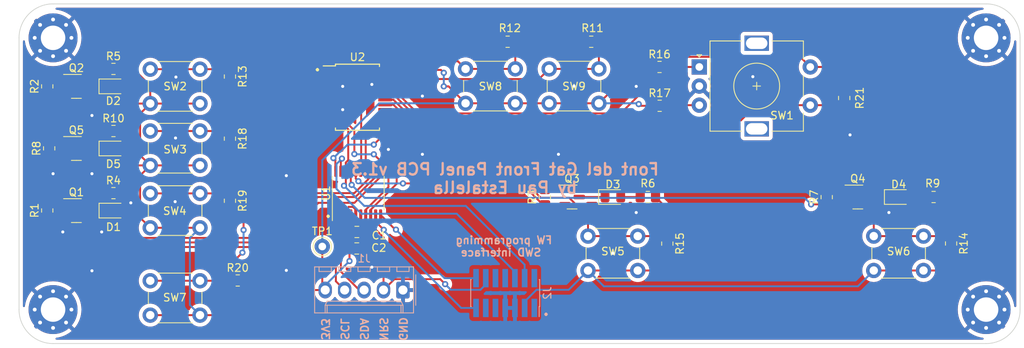
<source format=kicad_pcb>
(kicad_pcb (version 20211014) (generator pcbnew)
  (layers (0 "F.Cu" signal) (31 "B.Cu" signal) (34 "B.Paste" user) (35 "F.Paste" user) (36 "B.SilkS" user "B.Silkscreen") (37 "F.SilkS" user "F.Silkscreen") (38 "B.Mask" user) (39 "F.Mask" user) (44 "Edge.Cuts" user))
  (net 0 "")
  (net 1 "S0")
  (net 2 "S2")
  (net 3 "N_SCAN_EN")
  (net 4 "GND")
  (net 5 "COM")
  (net 7 "VCC")
  (net 8 "/RArrowSw")
  (net 9 "/LArrowSw")
  (net 10 "CHANNEL_A_EN")
  (net 11 "CHANNEL_B_EN")
  (net 12 "/IndepSelectSw")
  (net 14 "SWDIO{slash}S1")
  (net 15 "ENC_SWITCH")
  (net 16 "ENC_CLK")
  (net 17 "ENC_DT")
  (net 18 "Net-(D3-Pad2)")
  (net 19 "PAR_CHANNEL_EN")
  (net 20 "INDEP_CHANNEL_EN")
  (net 21 "SERIES_CHANNEL_EN")
  (net 22 "Net-(D2-Pad1)")
  (net 23 "Net-(D4-Pad1)")
  (net 24 "Net-(D5-Pad2)")
  (net 25 "S3")
  (net 26 "Net-(D1-Pad1)")
  (net 27 "Net-(D1-Pad2)")
  (net 28 "Net-(D3-Pad1)")
  (net 29 "Net-(D5-Pad1)")
  (net 30 "/ChBEnableSw")
  (net 31 "/ChAEnableSw")
  (net 32 "I2C_SCL")
  (net 33 "I2C_SDA")
  (net 34 "NRESET")
  (net 35 "Net-(D2-Pad2)")
  (net 36 "Net-(D4-Pad2)")
  (net 37 "/SeriesSelectSw")
  (net 38 "UART_TX")
  (net 39 "UART_RX")
  (net 40 "SWCLK")
  (net 45 "/ParSelectSw")
  (net 46 "/ABSelectSw")
  (footprint "MountingHole:MountingHole_3.2mm_M3_Pad_Via" (layer "F.Cu") (at 129.54 43.18)
    (fp_text reference "H3")
    (fp_text value "~")
  )
  (footprint "Resistor_SMD:R_0805_2012Metric_Pad1.20x1.40mm_HandSolder" (layer "F.Cu") (at 129.032 57.642 90)
    (fp_text reference "R8")
    (fp_text value "10k")
  )
  (footprint "MountingHole:MountingHole_3.2mm_M3_Pad_Via" (layer "F.Cu") (at 251.46 78.74)
    (fp_text reference "H4")
    (fp_text value "~")
  )
  (footprint "Resistor_SMD:R_0805_2012Metric_Pad1.20x1.40mm_HandSolder" (layer "F.Cu") (at 152.654 48.244 -90)
    (fp_text reference "R13")
    (fp_text value "10k")
  )
  (footprint "Resistor_SMD:R_0805_2012Metric_Pad1.20x1.40mm_HandSolder" (layer "F.Cu") (at 208.788 46.99)
    (fp_text reference "R16")
    (fp_text value "10k")
  )
  (footprint "Button_Switch_THT:SW_PUSH_6mm" (layer "F.Cu") (at 194.362 47.244)
    (fp_text reference "SW9")
    (fp_text value "RArrow")
  )
  (footprint "LED_SMD:LED_0805_2012Metric_Pad1.15x1.40mm_HandSolder" (layer "F.Cu") (at 137.405 49.53)
    (fp_text reference "D2")
    (fp_text value "INDEP_CH_LED")
  )
  (footprint "Resistor_SMD:R_0805_2012Metric_Pad1.20x1.40mm_HandSolder" (layer "F.Cu") (at 208.804 52.07)
    (fp_text reference "R17")
    (fp_text value "10k")
  )
  (footprint "LED_SMD:LED_0805_2012Metric_Pad1.15x1.40mm_HandSolder" (layer "F.Cu") (at 240.03 64.008)
    (fp_text reference "D4")
    (fp_text value "CHB_EN_LED")
  )
  (footprint "Resistor_SMD:R_0805_2012Metric_Pad1.20x1.40mm_HandSolder" (layer "F.Cu") (at 137.43 47.244)
    (fp_text reference "R5")
    (fp_text value "3k3")
  )
  (footprint "Button_Switch_THT:SW_PUSH_6mm" (layer "F.Cu") (at 142.24 47.28)
    (fp_text reference "SW2")
    (fp_text value "IndepChSelect")
  )
  (footprint "Resistor_SMD:R_0805_2012Metric_Pad1.20x1.40mm_HandSolder" (layer "F.Cu") (at 188.94 43.688 180)
    (fp_text reference "R12")
    (fp_text value "10k")
  )
  (footprint "LED_SMD:LED_0805_2012Metric_Pad1.15x1.40mm_HandSolder" (layer "F.Cu") (at 137.414 57.658)
    (fp_text reference "D5")
    (fp_text value "SER_CH_LED")
  )
  (footprint "Button_Switch_THT:SW_PUSH_6mm" (layer "F.Cu") (at 183.44 47.244)
    (fp_text reference "SW8")
    (fp_text value "LArrow")
  )
  (footprint "LED_SMD:LED_0805_2012Metric_Pad1.15x1.40mm_HandSolder" (layer "F.Cu") (at 202.692 64.008)
    (fp_text reference "D3")
    (fp_text value "CHA_EN_LED")
  )
  (footprint "Rotary_Encoder:RotaryEncoder_Alps_EC11E-Switch_Vertical_H20mm" (layer "F.Cu") (at 213.984 46.99)
    (fp_text reference "SW1")
    (fp_text value "RotaryEncoder_Switch")
  )
  (footprint "MountingHole:MountingHole_3.2mm_M3_Pad_Via" (layer "F.Cu") (at 251.46 43.18)
    (fp_text reference "H2")
    (fp_text value "~")
  )
  (footprint "Capacitor_SMD:C_0805_2012Metric_Pad1.18x1.45mm_HandSolder" (layer "F.Cu") (at 169.2363 68.58)
    (fp_text reference "C1")
    (fp_text value "100nF")
  )
  (footprint "Resistor_SMD:R_0805_2012Metric_Pad1.20x1.40mm_HandSolder" (layer "F.Cu") (at 128.778 49.53 90)
    (fp_text reference "R2")
    (fp_text value "10k")
  )
  (footprint "Resistor_SMD:R_0805_2012Metric_Pad1.20x1.40mm_HandSolder" (layer "F.Cu") (at 246.888 70.088 -90)
    (fp_text reference "R14")
    (fp_text value "10k")
  )
  (footprint "Package_SO:SSOP-24_5.3x8.2mm_P0.65mm" (layer "F.Cu") (at 169.3164 50.9524)
    (fp_text reference "U2")
    (fp_text value "CD74HC4067SM")
  )
  (footprint "Capacitor_SMD:C_0805_2012Metric_Pad1.18x1.45mm_HandSolder" (layer "F.Cu") (at 169.225 70.739)
    (fp_text reference "C2")
    (fp_text value "4.7uF")
  )
  (footprint "Package_TO_SOT_SMD:SOT-23" (layer "F.Cu") (at 132.588 57.658)
    (fp_text reference "Q5")
    (fp_text value "2N7002")
  )
  (footprint "Button_Switch_THT:SW_PUSH_6mm" (layer "F.Cu") (at 142.24 63.536)
    (fp_text reference "SW4")
    (fp_text value "ParChSelect")
  )
  (footprint "MountingHole:MountingHole_3.2mm_M3_Pad_Via" (layer "F.Cu") (at 129.54 78.74)
    (fp_text reference "H1")
    (fp_text value "MountingHole_Pad")
  )
  (footprint "Resistor_SMD:R_0805_2012Metric_Pad1.20x1.40mm_HandSolder" (layer "F.Cu") (at 244.602 64.008 180)
    (fp_text reference "R9")
    (fp_text value "3k3")
  )
  (footprint "Resistor_SMD:R_0805_2012Metric_Pad1.20x1.40mm_HandSolder" (layer "F.Cu") (at 199.862 43.688 180)
    (fp_text reference "R11")
    (fp_text value "10k")
  )
  (footprint "Resistor_SMD:R_0805_2012Metric_Pad1.20x1.40mm_HandSolder" (layer "F.Cu") (at 152.654 64.5 -90)
    (fp_text reference "R19")
    (fp_text value "10k")
  )
  (footprint "Package_TO_SOT_SMD:SOT-23" (layer "F.Cu") (at 132.588 49.53)
    (fp_text reference "Q2")
    (fp_text value "2N7002")
  )
  (footprint "Resistor_SMD:R_0805_2012Metric_Pad1.20x1.40mm_HandSolder" (layer "F.Cu") (at 137.43 63.5)
    (fp_text reference "R4")
    (fp_text value "3k3")
  )
  (footprint "Button_Switch_THT:SW_PUSH_6mm" (layer "F.Cu") (at 142.24 74.966)
    (fp_text reference "SW7")
    (fp_text value "ABSelect")
  )
  (footprint "Resistor_SMD:R_0805_2012Metric_Pad1.20x1.40mm_HandSolder" (layer "F.Cu") (at 232.918 51.054 90)
    (fp_text reference "R21")
    (fp_text value "10k")
  )
  (footprint "Button_Switch_THT:SW_PUSH_6mm" (layer "F.Cu") (at 142.24 55.372)
    (fp_text reference "SW3")
    (fp_text value "SeriesChSelect")
  )
  (footprint "Package_TO_SOT_SMD:SOT-23" (layer "F.Cu") (at 132.588 65.786)
    (fp_text reference "Q1")
    (fp_text value "2N7002")
  )
  (footprint "Resistor_SMD:R_0805_2012Metric_Pad1.20x1.40mm_HandSolder" (layer "F.Cu") (at 137.43 55.372)
    (fp_text reference "R10")
    (fp_text value "3k3")
  )
  (footprint "TestPoint:TestPoint_THTPad_D2.0mm_Drill1.0mm" (layer "F.Cu") (at 164.719 70.485)
    (fp_text reference "TP1")
    (fp_text value "3V3")
  )
  (footprint "Resistor_SMD:R_0805_2012Metric_Pad1.20x1.40mm_HandSolder" (layer "F.Cu") (at 128.778 65.77 90)
    (fp_text reference "R1")
    (fp_text value "10k")
  )
  (footprint "Button_Switch_THT:SW_PUSH_6mm" (layer "F.Cu") (at 236.78 69.124)
    (fp_text reference "SW6")
    (fp_text value "ChBEnable")
  )
  (footprint "Package_SO:TSSOP-20_4.4x6.5mm_P0.65mm" (layer "F.Cu") (at 169.418 63.5 90)
    (fp_text reference "U1")
    (fp_text value "MCU_ST_STM32G0:STM32G031F6Px")
  )
  (footprint "Package_TO_SOT_SMD:SOT-23" (layer "F.Cu") (at 197.358 64.008)
    (fp_text reference "Q3")
    (fp_text value "2N7002")
  )
  (footprint "Resistor_SMD:R_0805_2012Metric_Pad1.20x1.40mm_HandSolder" (layer "F.Cu") (at 209.804 70.104 -90)
    (fp_text reference "R15")
    (fp_text value "10k")
  )
  (footprint "Package_TO_SOT_SMD:SOT-23" (layer "F.Cu") (at 234.696 64.008)
    (fp_text reference "Q4")
    (fp_text value "2N7002")
  )
  (footprint "LED_SMD:LED_0805_2012Metric_Pad1.15x1.40mm_HandSolder" (layer "F.Cu") (at 137.414 65.786)
    (fp_text reference "D1")
    (fp_text value "PAR_CH_LED")
  )
  (footprint "Resistor_SMD:R_0805_2012Metric_Pad1.20x1.40mm_HandSolder" (layer "F.Cu") (at 207.264 64.008 180)
    (fp_text reference "R6")
    (fp_text value "3k3")
  )
  (footprint "Resistor_SMD:R_0805_2012Metric_Pad1.20x1.40mm_HandSolder" (layer "F.Cu") (at 230.632 64.024 90)
    (fp_text reference "R7")
    (fp_text value "10k")
  )
  (footprint "Resistor_SMD:R_0805_2012Metric_Pad1.20x1.40mm_HandSolder" (layer "F.Cu") (at 152.654 56.372 -90)
    (fp_text reference "R18")
    (fp_text value "10k")
  )
  (footprint "Button_Switch_THT:SW_PUSH_6mm" (layer "F.Cu") (at 199.442 69.124)
    (fp_text reference "SW5")
    (fp_text value "ChAEnable")
  )
  (footprint "Resistor_SMD:R_0805_2012Metric_Pad1.20x1.40mm_HandSolder" (layer "F.Cu") (at 193.802 64.024 90)
    (fp_text reference "R3")
    (fp_text value "10k")
  )
  (footprint "Resistor_SMD:R_0805_2012Metric_Pad1.20x1.40mm_HandSolder" (layer "F.Cu") (at 153.67 74.93)
    (fp_text reference "R20")
    (fp_text value "10k")
  )
  (footprint "Connector_PinHeader_1.27mm:PinHeader_2x07_P1.27mm_Vertical_SMD" (layer "B.Cu") (at 188.6204 76.5752 90)
    (fp_text reference "J2")
    (fp_text value "SWD")
  )
  (footprint "Connector_Molex:Molex_KK-254_AE-6410-05A_1x05_P2.54mm_Vertical" (layer "B.Cu") (at 175.26 76.18 180)
    (fp_text reference "J1")
    (fp_text value "Conn_01x05")
  )
  (gr_line (start 255.905 43.18) (end 255.905 78.74) (layer "Edge.Cuts") (width 0.1))
  (gr_arc (start 129.54 83.185) (mid 126.39691 81.88309) (end 125.095 78.74) (layer "Edge.Cuts") (width 0.1))
  (gr_arc (start 125.095 43.18) (mid 126.39691 40.03691) (end 129.54 38.735) (layer "Edge.Cuts") (width 0.1))
  (gr_line (start 125.095 78.74) (end 125.095 43.18) (layer "Edge.Cuts") (width 0.1))
  (gr_arc (start 255.905 78.74) (mid 254.60309 81.88309) (end 251.46 83.185) (layer "Edge.Cuts") (width 0.1))
  (gr_arc (start 251.46 38.735) (mid 254.60309 40.03691) (end 255.905 43.18) (layer "Edge.Cuts") (width 0.1))
  (gr_line (start 129.54 38.735) (end 251.46 38.735) (layer "Edge.Cuts") (width 0.1))
  (gr_line (start 251.46 83.185) (end 129.54 83.185) (layer "Edge.Cuts") (width 0.1))
  (gr_text "3V3" (at 165.1 81.28 -90) (layer "B.SilkS") (effects (font (size 1 1) (thickness 0.2)) (justify mirror)))
  (gr_text "NRS" (at 172.72 81.28 -90) (layer "B.SilkS") (effects (font (size 1 1) (thickness 0.2)) (justify mirror)))
  (gr_text "SDA" (at 170.18 81.28 -90) (layer "B.SilkS") (effects (font (size 1 1) (thickness 0.2)) (justify mirror)))
  (gr_text "Font del Gat Front Panel PCB v1.3\nby Pau Estalella" (at 188.595 61.595) (layer "B.SilkS") (effects (font (size 1.5 1.5) (thickness 0.3)) (justify mirror)))
  (gr_text "FW programming \nSWD interface" (at 188.0616 70.4596) (layer "B.SilkS") (effects (font (size 1 1) (thickness 0.2)) (justify mirror)))
  (gr_text "GND" (at 175.26 81.28 -90) (layer "B.SilkS") (effects (font (size 1 1) (thickness 0.2)) (justify mirror)))
  (gr_text "·" (at 193.9544 79.248) (layer "B.SilkS") (effects (font (size 1.5 1.5) (thickness 0.3))))
  (gr_text "SCL" (at 167.64 81.28 -90) (layer "B.SilkS") (effects (font (size 1 1) (thickness 0.2)) (justify mirror)))
  (gr_text "·" (at 164.084 47.244) (layer "F.SilkS") (effects (font (size 1.5 1.5) (thickness 0.3))))
  (gr_text "·" (at 165.481 66.421) (layer "F.SilkS") (effects (font (size 1.5 1.5) (thickness 0.3))))
  (segment (start 168.911253 55.297253) (end 168.911253 58.385472) (width 0.25) (layer "F.Cu") (net 1))
  (segment (start 173.361681 60.318319) (end 171.463361 58.42) (width 0.25) (layer "F.Cu") (net 1))
  (segment (start 166.8414 53.2274) (end 168.911253 55.297253) (width 0.25) (layer "F.Cu") (net 1))
  (segment (start 173.361681 62.705959) (end 173.361681 60.318319) (width 0.25) (layer "F.Cu") (net 1))
  (segment (start 170.393 65.674639) (end 173.361681 62.705959) (width 0.25) (layer "F.Cu") (net 1))
  (segment (start 171.463361 58.42) (end 171.45 58.42) (width 0.25) (layer "F.Cu") (net 1))
  (segment (start 170.393 66.3625) (end 170.393 65.674639) (width 0.25) (layer "F.Cu") (net 1))
  (segment (start 165.7164 53.2274) (end 166.8414 53.2274) (width 0.25) (layer "F.Cu") (net 1))
  (via (at 171.45 58.42) (size 0.8) (drill 0.4) (layers "F.Cu" "B.Cu") (net 1))
  (via (at 168.911253 58.385472) (size 0.8) (drill 0.4) (layers "F.Cu" "B.Cu") (net 1))
  (segment (start 168.945781 58.42) (end 168.911253 58.385472) (width 0.25) (layer "B.Cu") (net 1))
  (segment (start 171.45 58.42) (end 168.945781 58.42) (width 0.25) (layer "B.Cu") (net 1))
  (segment (start 171.043 65.674639) (end 174.43951 62.278129) (width 0.25) (layer "F.Cu") (net 2))
  (segment (start 174.0414 53.8774) (end 172.9164 53.8774) (width 0.25) (layer "F.Cu") (net 2))
  (segment (start 174.43951 54.27551) (end 174.0414 53.8774) (width 0.25) (layer "F.Cu") (net 2))
  (segment (start 171.043 66.3625) (end 171.043 65.674639) (width 0.25) (layer "F.Cu") (net 2))
  (segment (start 174.43951 62.278129) (end 174.43951 54.27551) (width 0.25) (layer "F.Cu") (net 2))
  (segment (start 172.9164 53.2274) (end 171.7914 53.2274) (width 0.25) (layer "F.Cu") (net 3))
  (segment (start 170.393 54.6258) (end 170.393 60.6375) (width 0.25) (layer "F.Cu") (net 3))
  (segment (start 171.7914 53.2274) (end 170.393 54.6258) (width 0.25) (layer "F.Cu") (net 3))
  (segment (start 168.718841 65.30048) (end 168.167159 65.30048) (width 0.25) (layer "F.Cu") (net 4))
  (segment (start 169.093 67.831) (end 170.223 68.961) (width 0.25) (layer "F.Cu") (net 4))
  (segment (start 165.7164 49.3274) (end 165.7164 49.9774) (width 0.25) (layer "F.Cu") (net 4))
  (segment (start 167.3854 52.5774) (end 167.386 52.578) (width 0.25) (layer "F.Cu") (net 4))
  (segment (start 165.7164 49.3274) (end 167.1834 49.3274) (width 0.25) (layer "F.Cu") (net 4))
  (segment (start 171.196 49.276) (end 172.865 49.276) (width 0.25) (layer "F.Cu") (net 4))
  (segment (start 169.093 66.3625) (end 169.093 67.831) (width 0.25) (layer "F.Cu") (net 4))
  (segment (start 168.167159 65.30048) (end 167.793 65.674639) (width 0.25) (layer "F.Cu") (net 4))
  (segment (start 170.0875 70.739) (end 170.0875 69.0965) (width 0.25) (layer "F.Cu") (net 4))
  (segment (start 167.793 65.674639) (end 167.793 66.3625) (width 0.25) (layer "F.Cu") (net 4))
  (segment (start 170.0875 69.0965) (end 170.223 68.961) (width 0.25) (layer "F.Cu") (net 4))
  (segment (start 167.1834 49.3274) (end 167.386 49.53) (width 0.25) (layer "F.Cu") (net 4))
  (segment (start 169.093 65.674639) (end 168.718841 65.30048) (width 0.25) (layer "F.Cu") (net 4))
  (segment (start 165.7164 52.5774) (end 167.3854 52.5774) (width 0.25) (layer "F.Cu") (net 4))
  (segment (start 169.093 65.674639) (end 169.093 66.3625) (width 0.25) (layer "F.Cu") (net 4))
  (segment (start 172.865 49.276) (end 172.9164 49.3274) (width 0.25) (layer "F.Cu") (net 4))
  (via (at 205.74 49.53) (size 0.8) (drill 0.4) (layers "F.Cu" "B.Cu") (net 4))
  (via (at 167.386 49.53) (size 0.8) (drill 0.4) (layers "F.Cu" "B.Cu") (net 4))
  (via (at 167.386 52.578) (size 0.8) (drill 0.4) (layers "F.Cu" "B.Cu") (net 4))
  (via (at 205.74 66.04) (size 0.8) (drill 0.4) (layers "F.Cu" "B.Cu") (net 4))
  (via (at 197.612 49.494) (size 0.8) (drill 0.4) (layers "F.Cu" "B.Cu") (net 4))
  (via (at 171.196 49.276) (size 0.8) (drill 0.4) (layers "F.Cu" "B.Cu") (net 4))
  (via (at 238.76 66.04) (size 0.8) (drill 0.4) (layers "F.Cu" "B.Cu") (net 4))
  (via (at 134.62 60.96) (size 0.8) (drill 0.4) (layers "F.Cu" "B.Cu") (net 4))
  (via (at 171.196 73.1895) (size 0.8) (drill 0.4) (layers "F.Cu" "B.Cu") (net 4))
  (via (at 195.58 58.42) (size 0.8) (drill 0.4) (layers "F.Cu" "B.Cu") (net 4))
  (via (at 135.89 68.58) (size 0.8) (drill 0.4) (layers "F.Cu" "B.Cu") (net 4))
  (via (at 160.02 61.214) (size 0.8) (drill 0.4) (layers "F.Cu" "B.Cu") (net 4))
  (via (at 145.49 64.6176) (size 0.8) (drill 0.4) (layers "F.Cu" "B.Cu") (net 4))
  (via (at 129.54 60.96) (size 0.8) (drill 0.4) (layers "F.Cu" "B.Cu") (net 4))
  (via (at 173.355 57.785) (size 0.8) (drill 0.4) (layers "F.Cu" "B.Cu") (net 4))
  (via (at 177.8 50.8) (size 0.8) (drill 0.4) (layers "F.Cu" "B.Cu") (net 4))
  (via (at 233.68 55.88) (size 0.8) (drill 0.4) (layers "F.Cu" "B.Cu") (net 4))
  (via (at 160.02 73.6092) (size 0.8) (drill 0.4) (layers "F.Cu" "B.Cu") (net 4))
  (via (at 145.5928 48.3108) (size 0.8) (drill 0.4) (layers "F.Cu" "B.Cu") (net 4))
  (via (at 202.692 71.374) (size 0.8) (drill 0.4) (layers "F.Cu" "B.Cu") (net 4))
  (via (at 134.62 53.34) (size 0.8) (drill 0.4) (layers "F.Cu" "B.Cu") (net 4))
  (via (at 130.81 68.58) (size 0.8) (drill 0.4) (layers "F.Cu" "B.Cu") (net 4))
  (via (at 177.8 58.42) (size 0.8) (drill 0.4) (layers "F.Cu" "B.Cu") (net 4))
  (via (at 145.542 56.2864) (size 0.8) (drill 0.4) (layers "F.Cu" "B.Cu") (net 4))
  (via (at 134.62 73.66) (size 0.8) (drill 0.4) (layers "F.Cu" "B.Cu") (net 4))
  (via (at 220.98 48.26) (size 0.8) (drill 0.4) (layers "F.Cu" "B.Cu") (net 4))
  (via (at 139.7 64.77) (size 0.8) (drill 0.4) (layers "F.Cu" "B.Cu") (net 4))
  (segment (start 169.801876 60.578624) (end 169.743 60.6375) (width 0.25) (layer "F.Cu") (net 5))
  (segment (start 166.8414 47.3774) (end 169.801876 50.337876) (width 0.25) (layer "F.Cu") (net 5))
  (segment (start 165.7164 47.3774) (end 166.8414 47.3774) (width 0.25) (layer "F.Cu") (net 5))
  (segment (start 169.801876 50.337876) (end 169.801876 60.578624) (width 0.25) (layer "F.Cu") (net 5))
  (segment (start 247.91252 71.675973) (end 247.91252 66.31852) (width 0.25) (layer "F.Cu") (net 7))
  (segment (start 140.915489 58.547489) (end 140.915489 53.104511) (width 0.25) (layer "F.Cu") (net 7))
  (segment (start 168.148 70.5245) (end 168.3625 70.739) (width 0.25) (layer "F.Cu") (net 7))
  (segment (start 208.264 64.008) (end 210.82852 66.57252) (width 0.25) (layer "F.Cu") (net 7))
  (segment (start 164.719 75.799) (end 165.1 76.18) (width 0.25) (layer "F.Cu") (net 7))
  (segment (start 206.285628 52.07) (end 206.063419 51.847791) (width 0.25) (layer "F.Cu") (net 7))
  (segment (start 168.275 70.8265) (end 168.3625 70.739) (width 0.25) (layer "F.Cu") (net 7))
  (segment (start 142.24 51.78) (end 140.409507 51.78) (width 0.25) (layer "F.Cu") (net 7))
  (segment (start 180.594 49.53) (end 181.226 49.53) (width 0.25) (layer "F.Cu") (net 7))
  (segment (start 208.896493 73.624) (end 205.942 73.624) (width 0.25) (layer "F.Cu") (net 7))
  (segment (start 142.24 79.466) (end 148.74 79.466) (width 0.25) (layer "F.Cu") (net 7))
  (segment (start 189.94 51.744) (end 194.362 51.744) (width 0.25) (layer "F.Cu") (net 7))
  (segment (start 142.24 68.036) (end 148.74 68.036) (width 0.25) (layer "F.Cu") (net 7))
  (segment (start 142.24 51.78) (end 142.24 49.441507) (width 0.25) (layer "F.Cu") (net 7))
  (segment (start 199.442 73.624) (end 205.942 73.624) (width 0.25) (layer "F.Cu") (net 7))
  (segment (start 136.817507 55.372) (end 136.43 55.372) (width 0.25) (layer "F.Cu") (net 7))
  (segment (start 136.43 63.5) (end 140.058 59.872) (width 0.25) (layer "F.Cu") (net 7))
  (segment (start 140.409507 51.78) (end 136.817507 55.372) (width 0.25) (layer "F.Cu") (net 7))
  (segment (start 168.148 68.961) (end 168.148 70.5245) (width 0.25) (layer "F.Cu") (net 7))
  (segment (start 139.017973 46.21948) (end 137.45452 46.21948) (width 0.25) (layer "F.Cu") (net 7))
  (segment (start 247.91252 66.31852) (end 245.602 64.008) (width 0.25) (layer "F.Cu") (net 7))
  (segment (start 148.74 79.466) (end 158.024 79.466) (width 0.25) (layer "F.Cu") (net 7))
  (segment (start 236.78 73.624) (end 243.28 73.624) (width 0.25) (layer "F.Cu") (net 7))
  (segment (start 142.24 59.872) (end 148.74 59.872) (width 0.25) (layer "F.Cu") (net 7))
  (segment (start 183.44 51.744) (end 189.94 51.744) (width 0.25) (layer "F.Cu") (net 7))
  (segment (start 140.915489 66.711489) (end 140.915489 61.196511) (width 0.25) (layer "F.Cu") (net 7))
  (segment (start 210.82852 66.57252) (end 210.82852 71.691973) (width 0.25) (layer "F.Cu") (net 7))
  (segment (start 140.915489 61.196511) (end 142.24 59.872) (width 0.25) (layer "F.Cu") (net 7))
  (segment (start 194.362 51.744) (end 200.862 51.744) (width 0.25) (layer "F.Cu") (net 7))
  (segment (start 207.788 46.99) (end 209.112511 45.665489) (width 0.25) (layer "F.Cu") (net 7))
  (segment (start 207.788 46.99) (end 205.616 46.99) (width 0.25) (layer "F.Cu") (net 7))
  (segment (start 245.964493 73.624) (end 247.91252 71.675973) (width 0.25) (layer "F.Cu") (net 7))
  (segment (start 227.159489 45.665489) (end 228.484 46.99) (width 0.25) (layer "F.Cu") (net 7))
  (segment (start 209.112511 45.665489) (end 227.159489 45.665489) (width 0.25) (layer "F.Cu") (net 7))
  (segment (start 140.058 59.872) (end 142.24 59.872) (width 0.25) (layer "F.Cu") (net 7))
  (segment (start 231.466493 46.99) (end 245.602 61.125507) (width 0.25) (layer "F.Cu") (net 7))
  (segment (start 181.226 49.53) (end 183.44 51.744) (width 0.25) (layer "F.Cu") (net 7))
  (segment (start 161.31 76.18) (end 158.75 78.74) (width 0.25) (layer "F.Cu") (net 7))
  (segment (start 142.24 49.441507) (end 139.017973 46.21948) (width 0.25) (layer "F.Cu") (net 7))
  (segment (start 168.275 72.39) (end 168.275 70.8265) (width 0.25) (layer "F.Cu") (net 7))
  (segment (start 180.2194 47.3774) (end 180.594 47.752) (width 0.25) (layer "F.Cu") (net 7))
  (segment (start 165.1 76.18) (end 161.31 76.18) (width 0.25) (layer "F.Cu") (net 7))
  (segment (start 245.602 61.125507) (end 245.602 64.008) (width 0.25) (layer "F.Cu") (net 7))
  (segment (start 158.024 79.466) (end 158.75 78.74) (width 0.25) (layer "F.Cu") (net 7))
  (segment (start 172.9164 47.3774) (end 180.2194 47.3774) (width 0.25) (layer "F.Cu") (net 7))
  (segment (start 243.28 73.624) (end 245.964493 73.624) (width 0.25) (layer "F.Cu") (net 7))
  (segment (start 168.443 68.666) (end 168.148 68.961) (width 0.25) (layer "F.Cu") (net 7))
  (segment (start 142.24 59.872) (end 140.915489 58.547489) (width 0.25) (layer "F.Cu") (net 7))
  (segment (start 142.24 68.036) (end 140.915489 66.711489) (width 0.25) (layer "F.Cu") (net 7))
  (segment (start 210.82852 71.691973) (end 208.896493 73.624) (width 0.25) (layer "F.Cu") (net 7))
  (segment (start 205.616 46.99) (end 200.862 51.744) (width 0.25) (layer "F.Cu") (net 7))
  (segment (start 207.804 52.07) (end 206.285628 52.07) (width 0.25) (layer "F.Cu") (net 7))
  (segment (start 228.484 46.99) (end 231.466493 46.99) (width 0.25) (layer "F.Cu") (net 7))
  (segment (start 164.719 70.485) (end 164.719 75.799) (width 0.25) (layer "F.Cu") (net 7))
  (segment (start 168.443 66.3625) (end 168.443 68.666) (width 0.25) (layer "F.Cu") (net 7))
  (segment (start 142.24 51.78) (end 148.74 51.78) (width 0.25) (layer "F.Cu") (net 7))
  (segment (start 140.915489 53.104511) (end 142.24 51.78) (width 0.25) (layer "F.Cu") (net 7))
  (segment (start 137.45452 46.21948) (end 136.43 47.244) (width 0.25) (layer "F.Cu") (net 7))
  (via (at 180.594 47.752) (size 0.8) (drill 0.4) (layers "F.Cu" "B.Cu") (net 7))
  (via (at 180.594 49.53) (size 0.8) (drill 0.4) (layers "F.Cu" "B.Cu") (net 7))
  (via (at 168.275 72.39) (size 0.8) (drill 0.4) (layers "F.Cu" "B.Cu") (net 7))
  (via (at 206.063419 51.847791) (size 0.8) (drill 0.4) (layers "F.Cu" "B.Cu") (net 7))
  (segment (start 234.712 75.692) (end 236.78 73.624) (width 0.25) (layer "B.Cu") (net 7))
  (segment (start 199.442 73.624) (end 196.916289 76.149711) (width 0.25) (layer "B.Cu") (net 7))
  (segment (start 192.705889 76.149711) (end 191.1604 77.6952) (width 0.25) (layer "B.Cu") (net 7))
  (segment (start 191.1604 77.6952) (end 191.1604 78.5252) (width 0.25) (layer "B.Cu") (net 7))
  (segment (start 165.1 76.18) (end 165.1 75.565) (width 0.25) (layer "B.Cu") (net 7))
  (segment (start 199.442 73.624) (end 201.51 75.692) (width 0.25) (layer "B.Cu") (net 7))
  (segment (start 200.862 51.744) (end 205.959628 51.744) (width 0.25) (layer "B.Cu") (net 7))
  (segment (start 165.1 75.565) (end 168.275 72.39) (width 0.25) (layer "B.Cu") (net 7))
  (segment (start 205.959628 51.744) (end 206.063419 51.847791) (width 0.25) (layer "B.Cu") (net 7))
  (segment (start 172.155794 51.744) (end 183.44 51.744) (width 0.25) (layer "B.Cu") (net 7))
  (segment (start 180.594 47.752) (end 180.594 49.53) (width 0.25) (layer "B.Cu") (net 7))
  (segment (start 147.415489 78.141489) (end 147.415489 69.360511) (width 0.25) (layer "B.Cu") (net 7))
  (segment (start 147.415489 69.360511) (end 148.74 68.036) (width 0.25) (layer "B.Cu") (net 7))
  (segment (start 148.74 79.466) (end 147.415489 78.141489) (width 0.25) (layer "B.Cu") (net 7))
  (segment (start 196.916289 76.149711) (end 192.705889 76.149711) (width 0.25) (layer "B.Cu") (net 7))
  (segment (start 201.51 75.692) (end 234.712 75.692) (width 0.25) (layer "B.Cu") (net 7))
  (segment (start 164.719 59.180794) (end 172.155794 51.744) (width 0.25) (layer "B.Cu") (net 7))
  (segment (start 164.719 70.485) (end 164.719 59.180794) (width 0.25) (layer "B.Cu") (net 7))
  (segment (start 194.362 47.244) (end 200.862 47.244) (width 0.25) (layer "F.Cu") (net 8))
  (segment (start 193.037489 48.568511) (end 174.582511 48.568511) (width 0.25) (layer "F.Cu") (net 8))
  (segment (start 200.862 43.688) (end 200.862 47.244) (width 0.25) (layer "F.Cu") (net 8))
  (segment (start 194.362 47.244) (end 193.037489 48.568511) (width 0.25) (layer "F.Cu") (net 8))
  (segment (start 174.0414 48.0274) (end 172.9164 48.0274) (width 0.25) (layer "F.Cu") (net 8))
  (segment (start 174.582511 48.568511) (end 174.0414 48.0274) (width 0.25) (layer "F.Cu") (net 8))
  (segment (start 163.7284 47.1424) (end 163.7284 47.8028) (width 0.25) (layer "F.Cu") (net 9))
  (segment (start 183.44 47.244) (end 189.94 47.244) (width 0.25) (layer "F.Cu") (net 9))
  (segment (start 182.44 46.244) (end 164.6268 46.244) (width 0.25) (layer "F.Cu") (net 9))
  (segment (start 189.94 43.688) (end 189.94 47.244) (width 0.25) (layer "F.Cu") (net 9))
  (segment (start 164.6268 46.244) (end 163.7284 47.1424) (width 0.25) (layer "F.Cu") (net 9))
  (segment (start 183.44 47.244) (end 182.44 46.244) (width 0.25) (layer "F.Cu") (net 9))
  (segment (start 163.953 48.0274) (end 165.7164 48.0274) (width 0.25) (layer "F.Cu") (net 9))
  (segment (start 163.7284 47.8028) (end 163.953 48.0274) (width 0.25) (layer "F.Cu") (net 9))
  (segment (start 193.802 65.024) (end 196.3545 65.024) (width 0.25) (layer "F.Cu") (net 10))
  (segment (start 190.759803 62.23) (end 193.553803 65.024) (width 0.25) (layer "F.Cu") (net 10))
  (segment (start 175.26 62.23) (end 190.759803 62.23) (width 0.25) (layer "F.Cu") (net 10))
  (segment (start 169.093 61.598671) (end 169.438168 61.943839) (width 0.25) (layer "F.Cu") (net 10))
  (segment (start 169.093 60.6375) (end 169.093 61.598671) (width 0.25) (layer "F.Cu") (net 10))
  (segment (start 196.3545 65.024) (end 196.4205 64.958) (width 0.25) (layer "F.Cu") (net 10))
  (segment (start 193.553803 65.024) (end 193.802 65.024) (width 0.25) (layer "F.Cu") (net 10))
  (via (at 175.26 62.23) (size 0.8) (drill 0.4) (layers "F.Cu" "B.Cu") (net 10))
  (via (at 169.438168 61.943839) (size 0.8) (drill 0.4) (layers "F.Cu" "B.Cu") (net 10))
  (segment (start 169.724329 62.23) (end 175.26 62.23) (width 0.25) (layer "B.Cu") (net 10))
  (segment (start 169.438168 61.943839) (end 169.724329 62.23) (width 0.25) (layer "B.Cu") (net 10))
  (segment (start 230.632 65.024) (end 233.6925 65.024) (width 0.25) (layer "F.Cu") (net 11))
  (segment (start 168.443 60.6375) (end 168.443 62.303613) (width 0.25) (layer "F.Cu") (net 11))
  (segment (start 230.5812 64.9732) (end 230.632 65.024) (width 0.25) (layer "F.Cu") (net 11))
  (segment (start 168.443 62.303613) (end 168.559362 62.419975) (width 0.25) (layer "F.Cu") (net 11))
  (segment (start 228.6 64.9732) (end 230.5812 64.9732) (width 0.25) (layer "F.Cu") (net 11))
  (segment (start 233.6925 65.024) (end 233.7585 64.958) (width 0.25) (layer "F.Cu") (net 11))
  (via (at 228.6 64.9732) (size 0.8) (drill 0.4) (layers "F.Cu" "B.Cu") (net 11))
  (via (at 168.559362 62.419975) (size 0.8) (drill 0.4) (layers "F.Cu" "B.Cu") (net 11))
  (segment (start 227.751779 64.124979) (end 228.6 64.9732) (width 0.25) (layer "B.Cu") (net 11))
  (segment (start 168.559362 62.419975) (end 170.264366 64.124979) (width 0.25) (layer "B.Cu") (net 11))
  (segment (start 170.264366 64.124979) (end 227.751779 64.124979) (width 0.25) (layer "B.Cu") (net 11))
  (segment (start 152.654 47.244) (end 154.0874 48.6774) (width 0.25) (layer "F.Cu") (net 12))
  (segment (start 148.74 47.28) (end 152.618 47.28) (width 0.25) (layer "F.Cu") (net 12))
  (segment (start 154.0874 48.6774) (end 165.7164 48.6774) (width 0.25) (layer "F.Cu") (net 12))
  (segment (start 152.618 47.28) (end 152.654 47.244) (width 0.25) (layer "F.Cu") (net 12))
  (segment (start 142.24 47.28) (end 148.74 47.28) (width 0.25) (layer "F.Cu") (net 12))
  (segment (start 167.793 62.29466) (end 167.557236 62.530424) (width 0.25) (layer "F.Cu") (net 14))
  (segment (start 166.8414 53.8774) (end 165.7164 53.8774) (width 0.25) (layer "F.Cu") (net 14))
  (segment (start 168.110501 55.146501) (end 166.8414 53.8774) (width 0.25) (layer "F.Cu") (net 14))
  (segment (start 167.793 60.6375) (end 167.793 62.29466) (width 0.25) (layer "F.Cu") (net 14))
  (segment (start 167.793 60.6375) (end 167.793 59.4948) (width 0.25) (layer "F.Cu") (net 14))
  (segment (start 168.110501 59.177299) (end 168.110501 55.146501) (width 0.25) (layer "F.Cu") (net 14))
  (segment (start 167.793 59.4948) (end 168.110501 59.177299) (width 0.25) (layer "F.Cu") (net 14))
  (via (at 167.557236 62.530424) (size 0.8) (drill 0.4) (layers "F.Cu" "B.Cu") (net 14))
  (segment (start 170.203212 65.1764) (end 167.557236 62.530424) (width 0.25) (layer "B.Cu") (net 14))
  (segment (start 191.1604 72.8612) (end 183.4756 65.1764) (width 0.25) (layer "B.Cu") (net 14))
  (segment (start 191.1604 74.6252) (end 191.1604 72.8612) (width 0.25) (layer "B.Cu") (net 14))
  (segment (start 183.4756 65.1764) (end 170.203212 65.1764) (width 0.25) (layer "B.Cu") (net 14))
  (segment (start 174.015422 51.2774) (end 172.9164 51.2774) (width 0.25) (layer "F.Cu") (net 15))
  (segment (start 232.854 51.99) (end 232.918 52.054) (width 0.25) (layer "F.Cu") (net 15))
  (segment (start 219.439957 53.967532) (end 176.705554 53.967532) (width 0.25) (layer "F.Cu") (net 15))
  (segment (start 221.417489 51.99) (end 219.439957 53.967532) (width 0.25) (layer "F.Cu") (net 15))
  (segment (start 228.484 51.99) (end 232.854 51.99) (width 0.25) (layer "F.Cu") (net 15))
  (segment (start 176.705554 53.967532) (end 174.015422 51.2774) (width 0.25) (layer "F.Cu") (net 15))
  (segment (start 228.484 51.99) (end 221.417489 51.99) (width 0.25) (layer "F.Cu") (net 15))
  (segment (start 203.709489 53.068511) (end 209.788 46.99) (width 0.25) (layer "F.Cu") (net 16))
  (segment (start 213.984 46.99) (end 209.788 46.99) (width 0.25) (layer "F.Cu") (net 16))
  (segment (start 177.172911 53.068511) (end 203.709489 53.068511) (width 0.25) (layer "F.Cu") (net 16))
  (segment (start 172.9164 49.9774) (end 174.0818 49.9774) (width 0.25) (layer "F.Cu") (net 16))
  (segment (start 174.0818 49.9774) (end 177.172911 53.068511) (width 0.25) (layer "F.Cu") (net 16))
  (segment (start 208.355978 53.518022) (end 209.804 52.07) (width 0.25) (layer "F.Cu") (net 17))
  (segment (start 172.9164 50.6274) (end 174.0714 50.6274) (width 0.25) (layer "F.Cu") (net 17))
  (segment (start 174.0714 50.6274) (end 176.962022 53.518022) (width 0.25) (layer "F.Cu") (net 17))
  (segment (start 209.884 51.99) (end 209.804 52.07) (width 0.25) (layer "F.Cu") (net 17))
  (segment (start 176.962022 53.518022) (end 208.355978 53.518022) (width 0.25) (layer "F.Cu") (net 17))
  (segment (start 213.984 51.99) (end 209.884 51.99) (width 0.25) (layer "F.Cu") (net 17))
  (segment (start 203.717 64.008) (end 206.264 64.008) (width 0.25) (layer "F.Cu") (net 18))
  (segment (start 128.778 66.77) (end 128.812 66.736) (width 0.25) (layer "F.Cu") (net 19))
  (segment (start 134.8661 69.9516) (end 131.6505 66.736) (width 0.25) (layer "F.Cu") (net 19))
  (segment (start 158.1912 69.9516) (end 134.8661 69.9516) (width 0.25) (layer "F.Cu") (net 19))
  (segment (start 164.1348 64.008) (end 158.1912 69.9516) (width 0.25) (layer "F.Cu") (net 19))
  (segment (start 169.044726 64.008) (end 164.1348 64.008) (width 0.25) (layer "F.Cu") (net 19))
  (segment (start 128.812 66.736) (end 131.6505 66.736) (width 0.25) (layer "F.Cu") (net 19))
  (segment (start 171.693 60.6375) (end 171.693 61.359726) (width 0.25) (layer "F.Cu") (net 19))
  (segment (start 171.693 61.359726) (end 169.044726 64.008) (width 0.25) (layer "F.Cu") (net 19))
  (segment (start 164.211704 64.77) (end 158.428194 70.55351) (width 0.25) (layer "F.Cu") (net 20))
  (segment (start 172.343 61.34543) (end 168.91843 64.77) (width 0.25) (layer "F.Cu") (net 20))
  (segment (start 172.343 60.6375) (end 172.343 61.34543) (width 0.25) (layer "F.Cu") (net 20))
  (segment (start 128.778 50.53) (end 131.6005 50.53) (width 0.25) (layer "F.Cu") (net 20))
  (segment (start 130.949017 70.55351) (end 127 66.604493) (width 0.25) (layer "F.Cu") (net 20))
  (segment (start 168.91843 64.77) (end 164.211704 64.77) (width 0.25) (layer "F.Cu") (net 20))
  (segment (start 127 55.1305) (end 131.6505 50.48) (width 0.25) (layer "F.Cu") (net 20))
  (segment (start 131.6005 50.53) (end 131.6505 50.48) (width 0.25) (layer "F.Cu") (net 20))
  (segment (start 158.428194 70.55351) (end 130.949017 70.55351) (width 0.25) (layer "F.Cu") (net 20))
  (segment (start 127 66.604493) (end 127 55.1305) (width 0.25) (layer "F.Cu") (net 20))
  (segment (start 129.032 58.642) (end 131.6165 58.642) (width 0.25) (layer "F.Cu") (net 21))
  (segment (start 170.683123 61.726877) (end 170.683123 61.69952) (width 0.25) (layer "F.Cu") (net 21))
  (segment (start 137.53948 65.098027) (end 137.53948 66.473973) (width 0.25) (layer "F.Cu") (net 21))
  (segment (start 137.53948 66.473973) (end 140.426017 69.36051) (width 0.25) (layer "F.Cu") (net 21))
  (segment (start 140.426017 69.36051) (end 157.968082 69.36051) (width 0.25) (layer "F.Cu") (net 21))
  (segment (start 131.6505 60.332993) (end 135.842027 64.52452) (width 0.25) (layer "F.Cu") (net 21))
  (segment (start 170.683123 61.69952) (end 171.043 61.339643) (width 0.25) (layer "F.Cu") (net 21))
  (segment (start 135.842027 64.52452) (end 136.965973 64.52452) (width 0.25) (layer "F.Cu") (net 21))
  (segment (start 168.91 63.5) (end 170.683123 61.726877) (width 0.25) (layer "F.Cu") (net 21))
  (segment (start 131.6505 58.608) (end 131.6505 60.332993) (width 0.25) (layer "F.Cu") (net 21))
  (segment (start 157.968082 69.36051) (end 163.828592 63.5) (width 0.25) (layer "F.Cu") (net 21))
  (segment (start 136.965973 64.52452) (end 137.53948 65.098027) (width 0.25) (layer "F.Cu") (net 21))
  (segment (start 131.6165 58.642) (end 131.6505 58.608) (width 0.25) (layer "F.Cu") (net 21))
  (segment (start 171.043 61.339643) (end 171.043 60.6375) (width 0.25) (layer "F.Cu") (net 21))
  (segment (start 163.828592 63.5) (end 168.91 63.5) (width 0.25) (layer "F.Cu") (net 21))
  (segment (start 133.5255 49.53) (end 136.38 49.53) (width 0.25) (layer "F.Cu") (net 22))
  (segment (start 235.6335 64.008) (end 239.005 64.008) (width 0.25) (layer "F.Cu") (net 23))
  (segment (start 138.43 57.649) (end 138.439 57.658) (width 0.25) (layer "F.Cu") (net 24))
  (segment (start 138.43 55.372) (end 138.43 57.649) (width 0.25) (layer "F.Cu") (net 24))
  (segment (start 166.493 60.6375) (end 166.428298 60.572798) (width 0.25) (layer "F.Cu") (net 25))
  (segment (start 171.45 57.15) (end 172.9164 55.6836) (width 0.25) (layer "F.Cu") (net 25))
  (segment (start 166.428298 59.172626) (end 166.170937 58.915265) (width 0.25) (layer "F.Cu") (net 25))
  (segment (start 166.428298 60.572798) (end 166.428298 59.172626) (width 0.25) (layer "F.Cu") (net 25))
  (segment (start 172.9164 55.6836) (end 172.9164 54.5274) (width 0.25) (layer "F.Cu") (net 25))
  (via (at 171.45 57.15) (size 0.8) (drill 0.4) (layers "F.Cu" "B.Cu") (net 25))
  (via (at 166.170937 58.915265) (size 0.8) (drill 0.4) (layers "F.Cu" "B.Cu") (net 25))
  (segment (start 167.069101 58.101899) (end 166.984303 58.101899) (width 0.25) (layer "B.Cu") (net 25))
  (segment (start 171.45 57.15) (end 168.021 57.15) (width 0.25) (layer "B.Cu") (net 25))
  (segment (start 166.984303 58.101899) (end 166.170937 58.915265) (width 0.25) (layer "B.Cu") (net 25))
  (segment (start 168.021 57.15) (end 167.069101 58.101899) (width 0.25) (layer "B.Cu") (net 25))
  (segment (start 133.5255 65.786) (end 136.389 65.786) (width 0.25) (layer "F.Cu") (net 26))
  (segment (start 138.43 65.777) (end 138.439 65.786) (width 0.25) (layer "F.Cu") (net 27))
  (segment (start 138.43 63.5) (end 138.43 65.777) (width 0.25) (layer "F.Cu") (net 27))
  (segment (start 201.667 64.008) (end 198.2955 64.008) (width 0.25) (layer "F.Cu") (net 28))
  (segment (start 133.5255 57.658) (end 136.389 57.658) (width 0.25) (layer "F.Cu") (net 29))
  (segment (start 246.852 69.124) (end 243.28 69.124) (width 0.25) (layer "F.Cu") (net 30))
  (segment (start 174.015422 51.9274) (end 176.545622 54.4576) (width 0.25) (layer "F.Cu") (net 30))
  (segment (start 232.903013 63.68252) (end 233.899448 63.68252) (width 0.25) (layer "F.Cu") (net 30))
  (segment (start 243.28 69.124) (end 236.78 69.124) (width 0.25) (layer "F.Cu") (net 30))
  (segment (start 218.186 61.3664) (end 230.586893 61.3664) (width 0.25) (layer "F.Cu") (net 30))
  (segment (start 233.899448 63.68252) (end 236.78 66.563072) (width 0.25) (layer "F.Cu") (net 30))
  (segment (start 176.545622 54.4576) (end 211.2772 54.4576) (width 0.25) (layer "F.Cu") (net 30))
  (segment (start 230.586893 61.3664) (end 232.903013 63.68252) (width 0.25) (layer "F.Cu") (net 30))
  (segment (start 211.2772 54.4576) (end 218.186 61.3664) (width 0.25) (layer "F.Cu") (net 30))
  (segment (start 246.888 69.088) (end 246.852 69.124) (width 0.25) (layer "F.Cu") (net 30))
  (segment (start 236.78 66.563072) (end 236.78 69.124) (width 0.25) (layer "F.Cu") (net 30))
  (segment (start 172.9164 51.9274) (end 174.015422 51.9274) (width 0.25) (layer "F.Cu") (net 30))
  (segment (start 174.015422 52.5774) (end 172.9164 52.5774) (width 0.25) (layer "F.Cu") (net 31))
  (segment (start 209.784 69.124) (end 209.804 69.104) (width 0.25) (layer "F.Cu") (net 31))
  (segment (start 199.442 66.570928) (end 196.970552 64.09948) (width 0.25) (layer "F.Cu") (net 31))
  (segment (start 199.442 69.124) (end 199.442 66.570928) (width 0.25) (layer "F.Cu") (net 31))
  (segment (start 196.970552 64.09948) (end 193.264987 64.09948) (width 0.25) (layer "F.Cu") (net 31))
  (segment (start 190.945996 61.780489) (end 183.218511 61.780489) (width 0.25) (layer "F.Cu") (net 31))
  (segment (start 193.264987 64.09948) (end 190.945996 61.780489) (width 0.25) (layer "F.Cu") (net 31))
  (segment (start 205.942 69.124) (end 209.784 69.124) (width 0.25) (layer "F.Cu") (net 31))
  (segment (start 199.442 69.124) (end 205.942 69.124) (width 0.25) (layer "F.Cu") (net 31))
  (segment (start 183.218511 61.780489) (end 174.015422 52.5774) (width 0.25) (layer "F.Cu") (net 31))
  (segment (start 166.493 75.033) (end 167.64 76.18) (width 0.25) (layer "F.Cu") (net 32))
  (segment (start 166.493 66.3625) (end 166.493 75.033) (width 0.25) (layer "F.Cu") (net 32))
  (segment (start 167.143 66.3625) (end 167.143 73.768694) (width 0.25) (layer "F.Cu") (net 33))
  (segment (start 169.554306 76.18) (end 170.18 76.18) (width 0.25) (layer "F.Cu") (net 33))
  (segment (start 167.143 73.768694) (end 169.554306 76.18) (width 0.25) (layer "F.Cu") (net 33))
  (segment (start 180.128278 74.76048) (end 180.776099 75.408301) (width 0.25) (layer "F.Cu") (net 34))
  (segment (start 169.743 66.3625) (end 169.743 67.050361) (width 0.25) (layer "F.Cu") (net 34))
  (segment (start 172.72 69.2912) (end 172.72 76.18) (width 0.25) (layer "F.Cu") (net 34))
  (segment (start 170.155039 67.4624) (end 170.8912 67.4624) (width 0.25) (layer "F.Cu") (net 34))
  (segment (start 174.13952 74.76048) (end 180.128278 74.76048) (width 0.25) (layer "F.Cu") (net 34))
  (segment (start 172.72 76.18) (end 174.13952 74.76048) (width 0.25) (layer "F.Cu") (net 34))
  (segment (start 170.8912 67.4624) (end 172.72 69.2912) (width 0.25) (layer "F.Cu") (net 34))
  (segment (start 169.743 67.050361) (end 170.155039 67.4624) (width 0.25) (layer "F.Cu") (net 34))
  (via (at 180.776099 75.408301) (size 0.8) (drill 0.4) (layers "F.Cu" "B.Cu") (net 34))
  (segment (start 186.0804 75.4552) (end 185.385889 76.149711) (width 0.25) (layer "B.Cu") (net 34))
  (segment (start 181.517509 76.149711) (end 180.776099 75.408301) (width 0.25) (layer "B.Cu") (net 34))
  (segment (start 186.0804 74.6252) (end 186.0804 75.4552) (width 0.25) (layer "B.Cu") (net 34))
  (segment (start 185.385889 76.149711) (end 181.517509 76.149711) (width 0.25) (layer "B.Cu") (net 34))
  (segment (start 138.43 47.244) (end 138.43 49.53) (width 0.25) (layer "F.Cu") (net 35))
  (segment (start 241.055 64.008) (end 243.602 64.008) (width 0.25) (layer "F.Cu") (net 36))
  (segment (start 142.24 55.372) (end 148.74 55.372) (width 0.25) (layer "F.Cu") (net 37))
  (segment (start 152.654 55.372) (end 156.4132 55.372) (width 0.25) (layer "F.Cu") (net 37))
  (segment (start 156.4132 55.372) (end 161.1578 50.6274) (width 0.25) (layer "F.Cu") (net 37))
  (segment (start 148.74 55.372) (end 152.654 55.372) (width 0.25) (layer "F.Cu") (net 37))
  (segment (start 161.1578 50.6274) (end 165.7164 50.6274) (width 0.25) (layer "F.Cu") (net 37))
  (segment (start 171.693 66.3625) (end 171.693 67.239602) (width 0.25) (layer "F.Cu") (net 38))
  (segment (start 171.693 67.239602) (end 172.749699 68.296301) (width 0.25) (layer "F.Cu") (net 38))
  (via (at 172.749699 68.296301) (size 0.8) (drill 0.4) (layers "F.Cu" "B.Cu") (net 38))
  (segment (start 172.749699 68.406499) (end 172.749699 68.296301) (width 0.25) (layer "B.Cu") (net 38))
  (segment (start 182.8684 78.5252) (end 172.749699 68.406499) (width 0.25) (layer "B.Cu") (net 38))
  (segment (start 184.8104 78.5252) (end 182.8684 78.5252) (width 0.25) (layer "B.Cu") (net 38))
  (segment (start 172.343 66.3625) (end 174.2557 68.2752) (width 0.25) (layer "F.Cu") (net 39))
  (segment (start 174.2557 68.2752) (end 174.3456 68.2752) (width 0.25) (layer "F.Cu") (net 39))
  (via (at 174.3456 68.2752) (size 0.8) (drill 0.4) (layers "F.Cu" "B.Cu") (net 39))
  (segment (start 184.8104 74.6252) (end 180.6956 74.6252) (width 0.25) (layer "B.Cu") (net 39))
  (segment (start 180.6956 74.6252) (end 174.3456 68.2752) (width 0.25) (layer "B.Cu") (net 39))
  (segment (start 167.2844 58.9788) (end 167.143 59.1202) (width 0.25) (layer "F.Cu") (net 40))
  (segment (start 167.143 59.1202) (end 167.143 60.6375) (width 0.25) (layer "F.Cu") (net 40))
  (via (at 167.2844 58.9788) (size 0.8) (drill 0.4) (layers "F.Cu" "B.Cu") (net 40))
  (segment (start 166.5732 59.69) (end 167.2844 58.9788) (width 0.25) (layer "B.Cu") (net 40))
  (segment (start 169.926 66.1924) (end 169.8752 66.2432) (width 0.25) (layer "B.Cu") (net 40))
  (segment (start 169.8752 66.2432) (end 166.5732 62.9412) (width 0.25) (layer "B.Cu") (net 40))
  (segment (start 182.2876 66.1924) (end 169.926 66.1924) (width 0.25) (layer "B.Cu") (net 40))
  (segment (start 166.5732 62.9412) (end 166.5732 59.69) (width 0.25) (layer "B.Cu") (net 40))
  (segment (start 189.8904 73.7952) (end 182.2876 66.1924) (width 0.25) (layer "B.Cu") (net 40))
  (segment (start 189.8904 74.6252) (end 189.8904 73.7952) (width 0.25) (layer "B.Cu") (net 40))
  (segment (start 152.618 63.536) (end 152.654 63.5) (width 0.25) (layer "F.Cu") (net 45))
  (segment (start 152.654 63.5) (end 152.654 63.2148) (width 0.25) (layer "F.Cu") (net 45))
  (segment (start 148.74 63.536) (end 152.618 63.536) (width 0.25) (layer "F.Cu") (net 45))
  (segment (start 142.24 63.536) (end 148.74 63.536) (width 0.25) (layer "F.Cu") (net 45))
  (segment (start 152.654 63.2148) (end 164.5914 51.2774) (width 0.25) (layer "F.Cu") (net 45))
  (segment (start 164.5914 51.2774) (end 165.7164 51.2774) (width 0.25) (layer "F.Cu") (net 45))
  (segment (start 152.67 72.889714) (end 154.281704 71.27801) (width 0.25) (layer "F.Cu") (net 46))
  (segment (start 148.74 74.966) (end 152.634 74.966) (width 0.25) (layer "F.Cu") (net 46))
  (segment (start 142.24 74.966) (end 148.74 74.966) (width 0.25) (layer "F.Cu") (net 46))
  (segment (start 165.7164 51.9274) (end 164.5914 51.9274) (width 0.25) (layer "F.Cu") (net 46))
  (segment (start 152.67 74.93) (end 152.67 72.889714) (width 0.25) (layer "F.Cu") (net 46))
  (segment (start 154.432 62.0868) (end 154.432 68.326) (width 0.25) (layer "F.Cu") (net 46))
  (segment (start 164.5914 51.9274) (end 154.432 62.0868) (width 0.25) (layer "F.Cu") (net 46))
  (segment (start 152.634 74.966) (end 152.67 74.93) (width 0.25) (layer "F.Cu") (net 46))
  (via (at 154.432 68.326) (size 0.8) (drill 0.4) (layers "F.Cu" "B.Cu") (net 46))
  (via (at 154.281704 71.27801) (size 0.8) (drill 0.4) (layers "F.Cu" "B.Cu") (net 46))
  (segment (start 154.432 68.326) (end 154.432 71.127714) (width 0.25) (layer "B.Cu") (net 46))
  (segment (start 154.432 71.127714) (end 154.281704 71.27801) (width 0.25) (layer "B.Cu") (net 46))
  (zone (net 4) (net_name "GND") (layers F&B.Cu) (connect_pads (clearance 0.508)) (min_thickness 0.254) (fill yes (thermal_gap 0.508) (thermal_bridge_width 0.508))
    (polygon (pts (xy 256.413 83.693) (xy 124.714 83.693) (xy 124.714 38.227) (xy 256.413 38.227)))
  )
)
</source>
